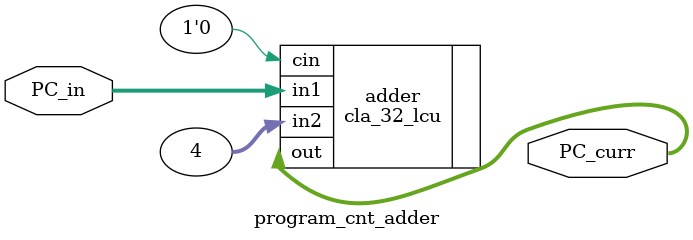
<source format=v>
`timescale 1ns / 1ps

/*
/////////////////////////////////////////////
//// COA LAB Assignment 6                ////
//// Group Number 23                     ////
//// Ashwani Kumar Kamal (20CS10011)     ////
//// Astitva (20CS30007)                 ////
/////////////////////////////////////////////
*/

// program counter adder module

module program_cnt_adder(
    input [31:0] PC_in,
    output [31:0] PC_curr
    );
        
    cla_32_lcu adder(.in1(PC_in), .in2(32'd4), .cin(1'b0), .out(PC_curr));

endmodule 
</source>
